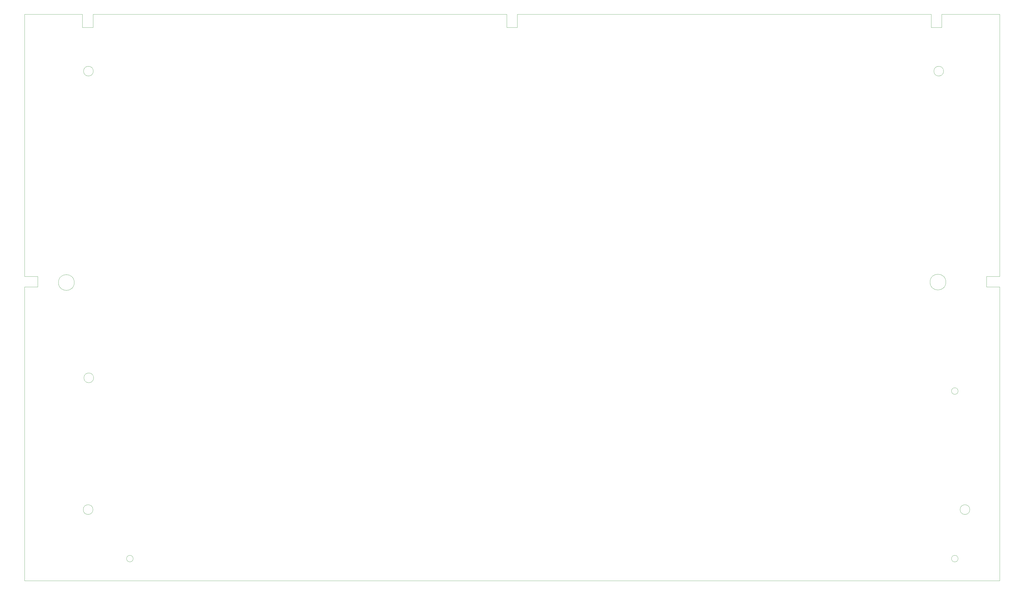
<source format=gbr>
%TF.GenerationSoftware,KiCad,Pcbnew,8.0.4*%
%TF.CreationDate,2024-11-18T10:43:42+00:00*%
%TF.ProjectId,AtomV5Board,41746f6d-5635-4426-9f61-72642e6b6963,rev?*%
%TF.SameCoordinates,Original*%
%TF.FileFunction,Profile,NP*%
%FSLAX46Y46*%
G04 Gerber Fmt 4.6, Leading zero omitted, Abs format (unit mm)*
G04 Created by KiCad (PCBNEW 8.0.4) date 2024-11-18 10:43:42*
%MOMM*%
%LPD*%
G01*
G04 APERTURE LIST*
%TA.AperFunction,Profile*%
%ADD10C,0.050000*%
%TD*%
G04 APERTURE END LIST*
D10*
X48840000Y-161912500D02*
G75*
G02*
X45140000Y-161912500I-1850000J0D01*
G01*
X45140000Y-161912500D02*
G75*
G02*
X48840000Y-161912500I1850000J0D01*
G01*
X44590000Y-23920000D02*
X44590000Y-28920000D01*
X205590000Y-28920000D02*
X209590000Y-28920000D01*
X22590000Y-123420000D02*
X22590000Y-23920000D01*
X48590000Y-23920000D02*
X48590000Y-28920000D01*
X392590000Y-238920000D02*
X392590000Y-127420000D01*
X63840000Y-230520000D02*
G75*
G02*
X61340000Y-230520000I-1250000J0D01*
G01*
X61340000Y-230520000D02*
G75*
G02*
X63840000Y-230520000I1250000J0D01*
G01*
X27590000Y-123420000D02*
X22590000Y-123420000D01*
X27590000Y-127420000D02*
X27590000Y-123420000D01*
X387590000Y-123420000D02*
X392590000Y-123420000D01*
X209590000Y-28920000D02*
X209590000Y-23920000D01*
X205590000Y-23920000D02*
X205590000Y-28920000D01*
X209590000Y-23920000D02*
X297815000Y-23920000D01*
X48590000Y-23920000D02*
X205590000Y-23920000D01*
X22590000Y-23920000D02*
X44590000Y-23920000D01*
X48713000Y-45520000D02*
G75*
G02*
X45013000Y-45520000I-1850000J0D01*
G01*
X45013000Y-45520000D02*
G75*
G02*
X48713000Y-45520000I1850000J0D01*
G01*
X41490000Y-125730000D02*
G75*
G02*
X35490000Y-125730000I-3000000J0D01*
G01*
X35490000Y-125730000D02*
G75*
G02*
X41490000Y-125730000I3000000J0D01*
G01*
X392590000Y-127420000D02*
X387590000Y-127420000D01*
X392590000Y-23920000D02*
X370590000Y-23920000D01*
X370590000Y-23920000D02*
X370590000Y-28920000D01*
X376840000Y-166920000D02*
G75*
G02*
X374340000Y-166920000I-1250000J0D01*
G01*
X374340000Y-166920000D02*
G75*
G02*
X376840000Y-166920000I1250000J0D01*
G01*
X387590000Y-127420000D02*
X387590000Y-123420000D01*
X22590000Y-238920000D02*
X22590000Y-127420000D01*
X22590000Y-127420000D02*
X27590000Y-127420000D01*
X48590000Y-211912500D02*
G75*
G02*
X44890000Y-211912500I-1850000J0D01*
G01*
X44890000Y-211912500D02*
G75*
G02*
X48590000Y-211912500I1850000J0D01*
G01*
X22590000Y-238920000D02*
X392590000Y-238920000D01*
X372200000Y-125570000D02*
G75*
G02*
X366200000Y-125570000I-3000000J0D01*
G01*
X366200000Y-125570000D02*
G75*
G02*
X372200000Y-125570000I3000000J0D01*
G01*
X44590000Y-28920000D02*
X48590000Y-28920000D01*
X392590000Y-123420000D02*
X392590000Y-23920000D01*
X370590000Y-28920000D02*
X366590000Y-28920000D01*
X297815000Y-23920000D02*
X366590000Y-23920000D01*
X371340000Y-45520000D02*
G75*
G02*
X367640000Y-45520000I-1850000J0D01*
G01*
X367640000Y-45520000D02*
G75*
G02*
X371340000Y-45520000I1850000J0D01*
G01*
X381290000Y-211912500D02*
G75*
G02*
X377590000Y-211912500I-1850000J0D01*
G01*
X377590000Y-211912500D02*
G75*
G02*
X381290000Y-211912500I1850000J0D01*
G01*
X376840000Y-230520000D02*
G75*
G02*
X374340000Y-230520000I-1250000J0D01*
G01*
X374340000Y-230520000D02*
G75*
G02*
X376840000Y-230520000I1250000J0D01*
G01*
X366590000Y-23920000D02*
X366590000Y-28920000D01*
M02*

</source>
